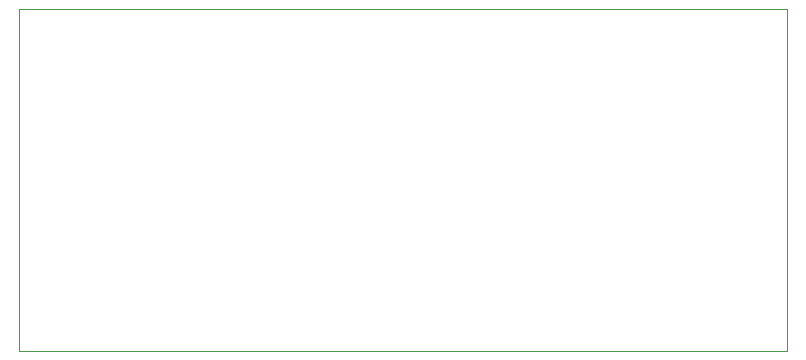
<source format=gbr>
%TF.GenerationSoftware,KiCad,Pcbnew,7.0.5*%
%TF.CreationDate,2023-07-02T17:57:49+02:00*%
%TF.ProjectId,eink-NFC,65696e6b-2d4e-4464-932e-6b696361645f,rev?*%
%TF.SameCoordinates,Original*%
%TF.FileFunction,Profile,NP*%
%FSLAX46Y46*%
G04 Gerber Fmt 4.6, Leading zero omitted, Abs format (unit mm)*
G04 Created by KiCad (PCBNEW 7.0.5) date 2023-07-02 17:57:49*
%MOMM*%
%LPD*%
G01*
G04 APERTURE LIST*
%TA.AperFunction,Profile*%
%ADD10C,0.038100*%
%TD*%
G04 APERTURE END LIST*
D10*
X177000000Y-68000000D02*
X177000000Y-97000000D01*
X112000000Y-68000000D02*
X177000000Y-68000000D01*
X177000000Y-97000000D02*
X112000000Y-97000000D01*
X112000000Y-97000000D02*
X112000000Y-68000000D01*
M02*

</source>
